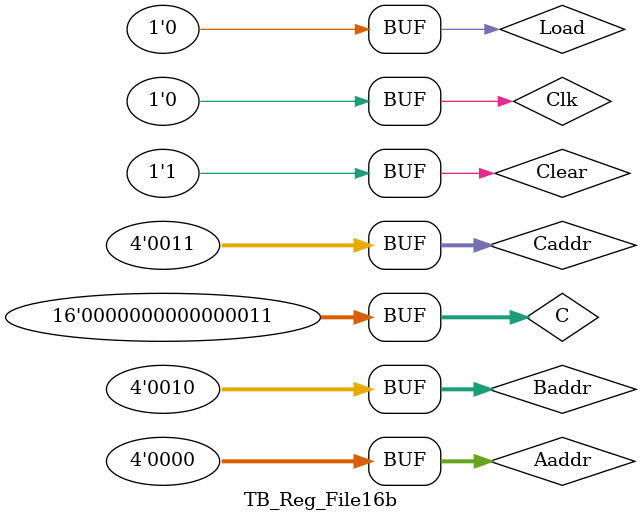
<source format=v>
`timescale 1ns / 1ps

//      TODO: Simulation output shows all of A,B as Red X
//////////////////////////////////////////////////////////////////////////////////

module TB_Reg_File16b();
    wire [15:0] A,B;
    reg [15:0] C;
    reg [3:0] Aaddr,Baddr,Caddr;
    reg Load,Clear,Clk;
    //                              (RegOut1(16b),RegOut2(16b),RegIn(16b),RegAddressA,RegAddressB,RegAddressC,EnableLW,ClearAll,Clock) 
    Reg_File16b         REGFILE     (A,B,C,Aaddr,Baddr,Caddr,Load,Clear,Clk);
    
    //Testbench Stimulus
    initial 
        begin
        Clk = 0; 
        
        #5 Clk = 1; C=5;Aaddr=0;Baddr=1;Caddr=0;Load=1;Clear=1;
        Clk = 0;
        #5 Clk = 1; C=6;Aaddr=0;Baddr=1;Caddr=1;Load=1;Clear=1;
        Clk = 0;
        #5 Clk = 1; C=7;Aaddr=0;Baddr=1;Caddr=0;Load=0;Clear=1;
        Clk = 0;
        
        #5 Clk = 1; C=1;Aaddr=0;Baddr=2;Caddr=3;Load=1;Clear=1;
        Clk = 0;
        #5 Clk = 1; C=2;Aaddr=0;Baddr=2;Caddr=3;Load=1;Clear=1;
        Clk = 0;
        #5 Clk = 1; C=3;Aaddr=0;Baddr=2;Caddr=3;Load=0;Clear=1;
        Clk = 0;
        #5 Clear=1;
        end
endmodule

</source>
